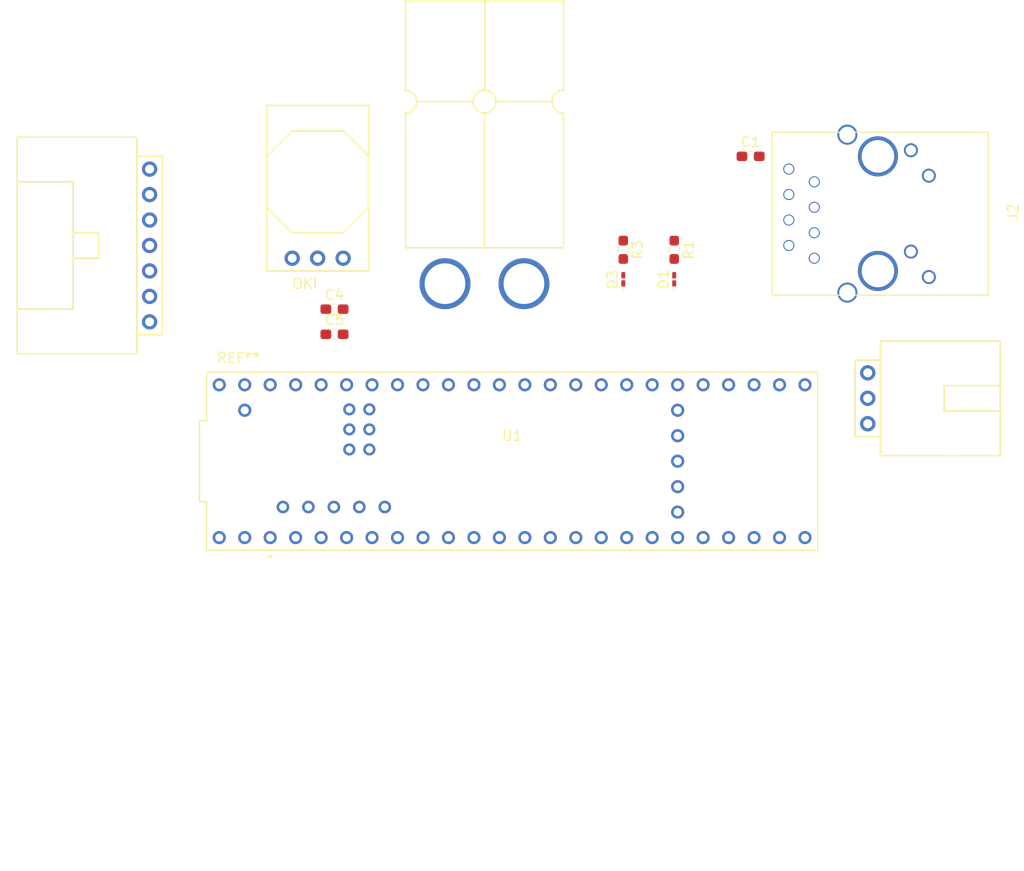
<source format=kicad_pcb>
(kicad_pcb (version 20221018) (generator pcbnew)
  (layers (0 "F.Cu" signal) (31 "B.Cu" signal) (34 "B.Paste" user) (35 "F.Paste" user) (36 "B.SilkS" user "B.Silkscreen") (37 "F.SilkS" user "F.Silkscreen") (38 "B.Mask" user) (39 "F.Mask" user) (44 "Edge.Cuts" user))
  (net 0 "")
  (net 1 "+5V")
  (net 2 "Net-(D1-A)")
  (net 3 "+12V")
  (net 4 "Net-(D3-A)")
  (net 5 "LED_Signal_4")
  (net 14 "LED_Signal_3")
  (net 19 "GND")
  (net 29 "Tx-")
  (net 32 "PhotonValue")
  (net 37 "LED_Signal_1")
  (net 38 "LED_Signal_0")
  (net 42 "LED")
  (net 46 "LED_Signal_2")
  (net 55 "Rx+")
  (net 57 "Tx+")
  (net 58 "Rx-")
  (net 62 "Net-(C1-Pad2)")
  (footprint "MRDT_Connectors:RJ45_Teensy" (layer "F.Cu") (at 190.8 51.31 90)
    (fp_text reference "J2" (at 0 0.5 90) (layer "F.SilkS"))
    (fp_text value "RJ45_LED_Shielded")
    (fp_line (start -8.25 -23.55) (end 8 -23.55) (stroke (width 0.12)) (layer "F.SilkS"))
    (fp_line (start -8.25 -2) (end -8.25 -23.55) (stroke (width 0.12)) (layer "F.SilkS"))
    (fp_line (start -8.25 -2) (end 8 -2) (stroke (width 0.12)) (layer "F.SilkS"))
    (fp_line (start 8 -2) (end 8 -23.55) (stroke (width 0.12)) (layer "F.SilkS"))
    (pad "1" thru_hole circle (at -4.57 -19.35 90) (size 1.1 1.1) (drill 0.9) (layers "*.Cu" "*.Mask") (net 57 "Tx+"))
    (pad "2" thru_hole circle (at -3.3 -21.89 90) (size 1.1 1.1) (drill 0.9) (layers "*.Cu" "*.Mask") (net 62 "Net-(C1-Pad2)"))
    (pad "3" thru_hole circle (at -2.03 -19.35 90) (size 1.1 1.1) (drill 0.9) (layers "*.Cu" "*.Mask") (net 29 "Tx-"))
    (pad "4" thru_hole circle (at -0.76 -21.89 90) (size 1.1 1.1) (drill 0.9) (layers "*.Cu" "*.Mask") (net 55 "Rx+"))
    (pad "5" thru_hole circle (at 0.51 -19.35 90) (size 1.1 1.1) (drill 0.9) (layers "*.Cu" "*.Mask") (net 62 "Net-(C1-Pad2)"))
    (pad "6" thru_hole circle (at 1.78 -21.89 90) (size 1.1 1.1) (drill 0.9) (layers "*.Cu" "*.Mask") (net 58 "Rx-"))
    (pad "7" thru_hole circle (at 3.05 -19.35 90) (size 1.1 1.1) (drill 0.9) (layers "*.Cu" "*.Mask"))
    (pad "8" thru_hole circle (at 4.32 -21.89 90) (size 1.1 1.1) (drill 0.9) (layers "*.Cu" "*.Mask") (net 19 "GND"))
    (pad "9" thru_hole circle (at -6.45 -7.92 90) (size 1.4 1.4) (drill 1.02) (layers "*.Cu" "*.Mask") (net 19 "GND"))
    (pad "10" thru_hole circle (at -3.91 -9.71 90) (size 1.4 1.4) (drill 1.02) (layers "*.Cu" "*.Mask") (net 42 "LED"))
    (pad "11" thru_hole circle (at 3.66 -7.92 90) (size 1.4 1.4) (drill 1.02) (layers "*.Cu" "*.Mask"))
    (pad "12" thru_hole circle (at 6.2 -9.71 90) (size 1.4 1.4) (drill 1.02) (layers "*.Cu" "*.Mask"))
    (pad "13" thru_hole circle (at -5.84 -13 90) (size 4 4) (drill 3.25) (layers "*.Cu" "*.Mask"))
    (pad "14" thru_hole circle (at 5.59 -13 90) (size 4 4) (drill 3.25) (layers "*.Cu" "*.Mask"))
    (pad "SH" thru_hole circle (at -8 -16.05 90) (size 2 2) (drill 1.6) (layers "*.Cu" "*.Mask") (net 19 "GND"))
    (pad "SH" thru_hole circle (at 7.75 -16.05 90) (size 2 2) (drill 1.6) (layers "*.Cu" "*.Mask") (net 19 "GND"))
  )
  (footprint "MRDT_Connectors:MOLEX_SL_03_Horizontal" (layer "F.Cu") (at 176.784 67.31 -90)
    (fp_text reference "Conn4" hide)
    (fp_text value "Molex_SL_03")
    (fp_line (start -3.175 -1.27) (end -3.175 -13.208) (stroke (width 0.15)) (layer "F.SilkS"))
    (fp_line (start -1.27 -1.27) (end -3.175 -1.27) (stroke (width 0.15)) (layer "F.SilkS"))
    (fp_line (start -1.27 1.27) (end -1.27 -1.27) (stroke (width 0.15)) (layer "F.SilkS"))
    (fp_line (start 1.27 -13.208) (end 1.27 -12.7) (stroke (width 0.15)) (layer "F.SilkS"))
    (fp_line (start 1.27 -8.89) (end 1.27 -12.7) (stroke (width 0.15)) (layer "F.SilkS"))
    (fp_line (start 1.27 -8.89) (end 1.27 -7.62) (stroke (width 0.15)) (layer "F.SilkS"))
    (fp_line (start 3.81 -13.208) (end 3.81 -7.62) (stroke (width 0.15)) (layer "F.SilkS"))
    (fp_line (start 3.81 -7.62) (end 1.27 -7.62) (stroke (width 0.15)) (layer "F.SilkS"))
    (fp_line (start 6.35 -1.27) (end 6.35 1.27) (stroke (width 0.15)) (layer "F.SilkS"))
    (fp_line (start 6.35 1.27) (end -1.27 1.27) (stroke (width 0.15)) (layer "F.SilkS"))
    (fp_line (start 8.255 -13.208) (end -3.175 -13.208) (stroke (width 0.15)) (layer "F.SilkS"))
    (fp_line (start 8.255 -1.27) (end -1.27 -1.27) (stroke (width 0.15)) (layer "F.SilkS"))
    (fp_line (start 8.255 -1.27) (end 8.255 -13.208) (stroke (width 0.15)) (layer "F.SilkS"))
    (pad "" np_thru_hole circle (at -1.27 -8.636 270) (size 3.45 3.45) (drill 3.45) (layers "*.Cu" "*.Mask"))
    (pad "" np_thru_hole circle (at 6.35 -8.636 270) (size 3.45 3.45) (drill 3.45) (layers "*.Cu" "*.Mask"))
    (pad "1" thru_hole circle (at 0 0 270) (size 1.524 1.524) (drill 0.9) (layers "*.Cu" "*.Mask") (net 19 "GND"))
    (pad "2" thru_hole circle (at 2.54 0 270) (size 1.524 1.524) (drill 0.9) (layers "*.Cu" "*.Mask") (net 1 "+5V"))
    (pad "3" thru_hole circle (at 5.08 0 270) (size 1.524 1.524) (drill 0.9) (layers "*.Cu" "*.Mask") (net 32 "PhotonValue"))
  )
  (footprint "Capacitor_SMD:C_0603_1608Metric_Pad1.08x0.95mm_HandSolder" (layer "F.Cu") (at 123.5975 63.47)
    (fp_text reference "C5" (at 0 -1.43) (layer "F.SilkS"))
    (fp_text value "10 UF")
    (fp_line (start -0.146267 -0.51) (end 0.146267 -0.51) (stroke (width 0.12)) (layer "F.SilkS"))
    (fp_line (start -0.146267 0.51) (end 0.146267 0.51) (stroke (width 0.12)) (layer "F.SilkS"))
    (pad "1" smd roundrect (at -0.8625 0) (size 1.075 0.95) (layers "F.Cu" "F.Paste" "F.Mask") (net 1 "+5V"))
    (pad "2" smd roundrect (at 0.8625 0) (size 1.075 0.95) (layers "F.Cu" "F.Paste" "F.Mask") (net 19 "GND"))
  )
  (footprint "Capacitor_SMD:C_0603_1608Metric_Pad1.08x0.95mm_HandSolder" (layer "F.Cu") (at 123.5975 60.96)
    (fp_text reference "C4" (at 0 -1.43) (layer "F.SilkS"))
    (fp_text value "10 UF")
    (fp_line (start -0.146267 -0.51) (end 0.146267 -0.51) (stroke (width 0.12)) (layer "F.SilkS"))
    (fp_line (start -0.146267 0.51) (end 0.146267 0.51) (stroke (width 0.12)) (layer "F.SilkS"))
    (pad "1" smd roundrect (at -0.8625 0) (size 1.075 0.95) (layers "F.Cu" "F.Paste" "F.Mask") (net 19 "GND"))
    (pad "2" smd roundrect (at 0.8625 0) (size 1.075 0.95) (layers "F.Cu" "F.Paste" "F.Mask") (net 3 "+12V"))
  )
  (footprint "LED_SMD:LED_0201_0603Metric_Pad0.64x0.40mm_HandSolder" (layer "F.Cu") (at 152.4 57.9875 90)
    (fp_text reference "D3" (at 0 -1.05 90) (layer "F.SilkS"))
    (fp_text value "LED")
    (fp_circle (center -1.035 0) (end -0.985 0) (stroke (width 0.1)) (fill none) (layer "F.SilkS"))
    (pad "1" smd roundrect (at -0.4075 0 90) (size 0.635 0.4) (layers "F.Cu" "F.Mask") (net 19 "GND"))
    (pad "2" smd roundrect (at 0.4075 0 90) (size 0.635 0.4) (layers "F.Cu" "F.Mask") (net 4 "Net-(D3-A)"))
  )
  (footprint "MRDT_Devices:OKI_Horizontal" (layer "F.Cu") (at 124.46 55.88 180)
    (fp_text reference "U3" hide)
    (fp_text value "OKI" (at 3.81 -2.54) (layer "F.SilkS"))
    (fp_line (start -2.54 -1.27) (end 7.62 -1.27) (stroke (width 0.15)) (layer "F.SilkS"))
    (fp_line (start -2.54 5.08) (end 0 2.54) (stroke (width 0.15)) (layer "F.SilkS"))
    (fp_line (start -2.54 10.16) (end -2.54 5.08) (stroke (width 0.15)) (layer "F.SilkS"))
    (fp_line (start -2.54 15.24) (end -2.54 -1.27) (stroke (width 0.15)) (layer "F.SilkS"))
    (fp_line (start -2.54 15.24) (end 7.62 15.24) (stroke (width 0.15)) (layer "F.SilkS"))
    (fp_line (start 0 2.54) (end 5.08 2.54) (stroke (width 0.15)) (layer "F.SilkS"))
    (fp_line (start 0 12.7) (end -2.54 10.16) (stroke (width 0.15)) (layer "F.SilkS"))
    (fp_line (start 5.08 2.54) (end 7.62 5.08) (stroke (width 0.15)) (layer "F.SilkS"))
    (fp_line (start 5.08 12.7) (end 0 12.7) (stroke (width 0.15)) (layer "F.SilkS"))
    (fp_line (start 7.62 -1.27) (end 7.62 15.24) (stroke (width 0.15)) (layer "F.SilkS"))
    (fp_line (start 7.62 5.08) (end 7.62 10.16) (stroke (width 0.15)) (layer "F.SilkS"))
    (fp_line (start 7.62 10.16) (end 5.08 12.7) (stroke (width 0.15)) (layer "F.SilkS"))
    (pad "1" thru_hole circle (at 0 0 180) (size 1.524 1.524) (drill 0.889) (layers "*.Cu" "*.Mask") (net 3 "+12V"))
    (pad "2" thru_hole circle (at 2.54 0 180) (size 1.524 1.524) (drill 0.889) (layers "*.Cu" "*.Mask") (net 19 "GND"))
    (pad "3" thru_hole circle (at 5.08 0 180) (size 1.524 1.524) (drill 0.889) (layers "*.Cu" "*.Mask") (net 1 "+5V"))
  )
  (footprint "MRDT_Connectors:MOLEX_SL_07_Horizontal" (layer "F.Cu") (at 105.156 62.23 90)
    (fp_text reference "Conn3" hide)
    (fp_text value "Molex_SL_07")
    (fp_line (start -3.175 -13.208) (end 18.415 -13.208) (stroke (width 0.15)) (layer "F.SilkS"))
    (fp_line (start -3.175 -1.27) (end -3.175 -13.208) (stroke (width 0.15)) (layer "F.SilkS"))
    (fp_line (start -1.27 -1.27) (end -3.175 -1.27) (stroke (width 0.15)) (layer "F.SilkS"))
    (fp_line (start -1.27 -1.27) (end 11.43 -1.27) (stroke (width 0.15)) (layer "F.SilkS"))
    (fp_line (start -1.27 1.27) (end -1.27 -1.27) (stroke (width 0.15)) (layer "F.SilkS"))
    (fp_line (start 1.27 -13.208) (end 1.27 -12.7) (stroke (width 0.15)) (layer "F.SilkS"))
    (fp_line (start 1.27 -8.89) (end 1.27 -12.7) (stroke (width 0.15)) (layer "F.SilkS"))
    (fp_line (start 1.27 -8.89) (end 1.27 -7.62) (stroke (width 0.15)) (layer "F.SilkS"))
    (fp_line (start 1.27 -7.62) (end 13.97 -7.62) (stroke (width 0.15)) (layer "F.SilkS"))
    (fp_line (start 6.35 -7.62) (end 6.35 -5.08) (stroke (width 0.15)) (layer "F.SilkS"))
    (fp_line (start 6.35 -5.08) (end 8.89 -5.08) (stroke (width 0.15)) (layer "F.SilkS"))
    (fp_line (start 8.89 -5.08) (end 8.89 -7.62) (stroke (width 0.15)) (layer "F.SilkS"))
    (fp_line (start 11.43 -1.27) (end 18.415 -1.27) (stroke (width 0.15)) (layer "F.SilkS"))
    (fp_line (start 13.97 -7.62) (end 13.97 -13.208) (stroke (width 0.15)) (layer "F.SilkS"))
    (fp_line (start 16.51 -1.27) (end 16.51 1.27) (stroke (width 0.15)) (layer "F.SilkS"))
    (fp_line (start 16.51 1.27) (end -1.27 1.27) (stroke (width 0.15)) (layer "F.SilkS"))
    (fp_line (start 18.415 -1.27) (end 18.415 -13.208) (stroke (width 0.15)) (layer "F.SilkS"))
    (pad "" np_thru_hole circle (at -1.27 -8.636 90) (size 3.45 3.45) (drill 3.45) (layers "*.Cu" "*.Mask"))
    (pad "" np_thru_hole circle (at 16.51 -8.636 90) (size 3.45 3.45) (drill 3.45) (layers "*.Cu" "*.Mask"))
    (pad "1" thru_hole circle (at 0 0 90) (size 1.524 1.524) (drill 0.9) (layers "*.Cu" "*.Mask") (net 19 "GND"))
    (pad "2" thru_hole circle (at 2.54 0 90) (size 1.524 1.524) (drill 0.9) (layers "*.Cu" "*.Mask") (net 1 "+5V"))
    (pad "3" thru_hole circle (at 5.08 0 90) (size 1.524 1.524) (drill 0.9) (layers "*.Cu" "*.Mask") (net 38 "LED_Signal_0"))
    (pad "4" thru_hole circle (at 7.62 0 90) (size 1.524 1.524) (drill 0.9) (layers "*.Cu" "*.Mask") (net 37 "LED_Signal_1"))
    (pad "5" thru_hole circle (at 10.16 0 90) (size 1.524 1.524) (drill 0.9) (layers "*.Cu" "*.Mask") (net 46 "LED_Signal_2"))
    (pad "6" thru_hole circle (at 12.7 0 90) (size 1.524 1.524) (drill 0.9) (layers "*.Cu" "*.Mask") (net 14 "LED_Signal_3"))
    (pad "7" thru_hole circle (at 15.24 0 90) (size 1.524 1.524) (drill 0.9) (layers "*.Cu" "*.Mask") (net 5 "LED_Signal_4"))
  )
  (footprint "LED_SMD:LED_0201_0603Metric_Pad0.64x0.40mm_HandSolder" (layer "F.Cu") (at 157.48 57.9875 90)
    (fp_text reference "D1" (at 0 -1.05 90) (layer "F.SilkS"))
    (fp_text value "LED")
    (fp_circle (center -1.035 0) (end -0.985 0) (stroke (width 0.1)) (fill none) (layer "F.SilkS"))
    (pad "1" smd roundrect (at -0.4075 0 90) (size 0.635 0.4) (layers "F.Cu" "F.Mask") (net 19 "GND"))
    (pad "2" smd roundrect (at 0.4075 0 90) (size 0.635 0.4) (layers "F.Cu" "F.Mask") (net 2 "Net-(D1-A)"))
  )
  (footprint "Capacitor_SMD:C_0603_1608Metric_Pad1.08x0.95mm_HandSolder" (layer "F.Cu") (at 165.1 45.72)
    (fp_text reference "C1" (at 0 -1.43) (layer "F.SilkS"))
    (fp_text value "0.1uF")
    (fp_line (start -0.146267 -0.51) (end 0.146267 -0.51) (stroke (width 0.12)) (layer "F.SilkS"))
    (fp_line (start -0.146267 0.51) (end 0.146267 0.51) (stroke (width 0.12)) (layer "F.SilkS"))
    (pad "1" smd roundrect (at -0.8625 0) (size 1.075 0.95) (layers "F.Cu" "F.Paste" "F.Mask") (net 19 "GND"))
    (pad "2" smd roundrect (at 0.8625 0) (size 1.075 0.95) (layers "F.Cu" "F.Paste" "F.Mask") (net 62 "Net-(C1-Pad2)"))
  )
  (footprint "MRDT_Connectors:Anderson_2_Horizontal_Side_by_Side" (layer "F.Cu") (at 142.494 58.3946 -90)
    (fp_text reference "Conn1" hide)
    (fp_text value "AndersonPP")
    (fp_line (start -28.194 -3.937) (end -28.194 11.811) (stroke (width 0.15)) (layer "F.SilkS"))
    (fp_line (start -28.1686 -3.937) (end -20.4216 -3.937) (stroke (width 0.15)) (layer "F.SilkS"))
    (fp_line (start -28.1686 3.9116) (end -19.2786 3.9116) (stroke (width 0.15)) (layer "F.SilkS"))
    (fp_line (start -20.447 11.811) (end -19.2786 11.811) (stroke (width 0.15)) (layer "F.SilkS"))
    (fp_line (start -20.4216 11.811) (end -28.1686 11.811) (stroke (width 0.15)) (layer "F.SilkS"))
    (fp_line (start -19.2786 -3.937) (end -20.4978 -3.937) (stroke (width 0.15)) (layer "F.SilkS"))
    (fp_line (start -18.1356 -2.794) (end -18.1356 -1.6256) (stroke (width 0.15)) (layer "F.SilkS"))
    (fp_line (start -18.1356 1.651) (end -18.1356 -1.6256) (stroke (width 0.15)) (layer "F.SilkS"))
    (fp_line (start -18.1356 1.651) (end -18.1356 2.794) (stroke (width 0.15)) (layer "F.SilkS"))
    (fp_line (start -18.1356 6.223) (end -18.1356 5.08) (stroke (width 0.15)) (layer "F.SilkS"))
    (fp_line (start -18.1356 6.223) (end -18.1356 9.525) (stroke (width 0.15)) (layer "F.SilkS"))
    (fp_line (start -18.1356 9.4996) (end -18.1356 10.668) (stroke (width 0.15)) (layer "F.SilkS"))
    (fp_line (start -15.875 -3.937) (end -16.9672 -3.937) (stroke (width 0.15)) (layer "F.SilkS"))
    (fp_line (start -15.8496 -3.937) (end -3.556 -3.937) (stroke (width 0.15)) (layer "F.SilkS"))
    (fp_line (start -15.8496 3.937) (end -16.9926 3.937) (stroke (width 0.15)) (layer "F.SilkS"))
    (fp_line (start -15.8496 3.937) (end -3.556 3.937) (stroke (width 0.15)) (layer "F.SilkS"))
    (fp_line (start -15.8496 11.811) (end -3.556 11.811) (stroke (width 0.15)) (layer "F.SilkS"))
    (fp_line (start -15.8242 11.811) (end -17.018 11.811) (stroke (width 0.15)) (layer "F.SilkS"))
    (fp_line (start -3.556 -3.937) (end -3.556 11.811) (stroke (width 0.15)) (layer "F.SilkS"))
    (fp_arc (start -19.2532 11.811) (mid -18.925863 11.020737) (end -18.1356 10.6934) (stroke (width 0.15)) (layer "F.SilkS"))
    (fp_arc (start -18.1356 -2.794) (mid -18.943823 -3.128777) (end -19.2786 -3.937) (stroke (width 0.15)) (layer "F.SilkS"))
    (fp_arc (start -18.1356 10.6934) (mid -17.345337 11.020737) (end -17.018 11.811) (stroke (width 0.15)) (layer "F.SilkS"))
    (fp_arc (start -16.9926 -3.937) (mid -17.327377 -3.128777) (end -18.1356 -2.794) (stroke (width 0.15)) (layer "F.SilkS"))
    (fp_circle (center -18.1356 3.937) (end -18.1356 5.08) (stroke (width 0.15)) (fill none) (layer "F.SilkS"))
    (pad "1" thru_hole circle (at 0.0254 0 270) (size 5.08 5.08) (drill 4.06) (layers "*.Cu" "*.Mask" "F.Paste") (net 19 "GND"))
    (pad "2" thru_hole circle (at 0.0254 7.874 270) (size 5.08 5.08) (drill 4.06) (layers "*.Cu" "*.Mask" "F.Paste") (net 3 "+12V"))
  )
  (footprint "Resistor_SMD:R_0603_1608Metric_Pad0.98x0.95mm_HandSolder" (layer "F.Cu") (at 157.48 55.04 -90)
    (fp_text reference "R1" (at 0 -1.43 90) (layer "F.SilkS"))
    (fp_text value "300")
    (fp_line (start -0.254724 -0.5225) (end 0.254724 -0.5225) (stroke (width 0.12)) (layer "F.SilkS"))
    (fp_line (start -0.254724 0.5225) (end 0.254724 0.5225) (stroke (width 0.12)) (layer "F.SilkS"))
    (pad "1" smd roundrect (at -0.9125 0 270) (size 0.975 0.95) (layers "F.Cu" "F.Paste" "F.Mask") (net 1 "+5V"))
    (pad "2" smd roundrect (at 0.9125 0 270) (size 0.975 0.95) (layers "F.Cu" "F.Paste" "F.Mask") (net 2 "Net-(D1-A)"))
  )
  (footprint "MRDT_Shields:Teensy_4_1_Vertical" (layer "F.Cu") (at 90.514 40.564)
    (fp_text reference "U1" (at 50.8 33.02) (layer "F.SilkS"))
    (fp_text value "Teensy4.1_DEV-16771")
    (fp_text user "REF**" (at 23.495 25.265) (layer "F.SilkS"))
    (fp_line (start 19.62 39.59) (end 19.62 31.53) (stroke (width 0.127)) (layer "F.SilkS"))
    (fp_line (start 20.32 26.67) (end 20.32 31.53) (stroke (width 0.127)) (layer "F.SilkS"))
    (fp_line (start 20.32 26.67) (end 81.28 26.67) (stroke (width 0.127)) (layer "F.SilkS"))
    (fp_line (start 20.32 31.53) (end 19.62 31.53) (stroke (width 0.127)) (layer "F.SilkS"))
    (fp_line (start 20.32 39.59) (end 19.62 39.59) (stroke (width 0.127)) (layer "F.SilkS"))
    (fp_line (start 20.32 44.45) (end 20.32 39.59) (stroke (width 0.127)) (layer "F.SilkS"))
    (fp_line (start 81.28 26.67) (end 81.28 44.45) (stroke (width 0.127)) (layer "F.SilkS"))
    (fp_line (start 81.28 44.45) (end 20.32 44.45) (stroke (width 0.127)) (layer "F.SilkS"))
    (fp_circle (center 26.67 45.06) (end 26.77 45.06) (stroke (width 0.2)) (fill none) (layer "F.SilkS"))
    (pad "0" thru_hole circle (at 24.13 43.18) (size 1.308 1.308) (drill 0.8) (layers "*.Cu" "*.Mask"))
    (pad "1" thru_hole circle (at 26.67 43.18) (size 1.308 1.308) (drill 0.8) (layers "*.Cu" "*.Mask"))
    (pad "2" thru_hole circle (at 29.21 43.18) (size 1.308 1.308) (drill 0.8) (layers "*.Cu" "*.Mask"))
    (pad "3" thru_hole circle (at 31.75 43.18) (size 1.308 1.308) (drill 0.8) (layers "*.Cu" "*.Mask"))
    (pad "3.3V_1" thru_hole circle (at 57.15 43.18) (size 1.308 1.308) (drill 0.8) (layers "*.Cu" "*.Mask"))
    (pad "3.3V_2" thru_hole circle (at 26.67 27.94) (size 1.308 1.308) (drill 0.8) (layers "*.Cu" "*.Mask"))
    (pad "3.3V_3" thru_hole circle (at 67.31 38.1) (size 1.308 1.308) (drill 0.8) (layers "*.Cu" "*.Mask"))
    (pad "4" thru_hole circle (at 34.29 43.18) (size 1.308 1.308) (drill 0.8) (layers "*.Cu" "*.Mask"))
    (pad "5" thru_hole circle (at 36.83 43.18) (size 1.308 1.308) (drill 0.8) (layers "*.Cu" "*.Mask"))
    (pad "5V" thru_hole circle (at 27.94 40.13) (size 1.258 1.258) (drill 0.75) (layers "*.Cu" "*.Mask") (net 1 "+5V"))
    (pad "6" thru_hole circle (at 39.37 43.18) (size 1.308 1.308) (drill 0.8) (layers "*.Cu" "*.Mask"))
    (pad "7" thru_hole circle (at 41.91 43.18) (size 1.308 1.308) (drill 0.8) (layers "*.Cu" "*.Mask"))
    (pad "8" thru_hole circle (at 44.45 43.18) (size 1.308 1.308) (drill 0.8) (layers "*.Cu" "*.Mask"))
    (pad "9" thru_hole circle (at 46.99 43.18) (size 1.308 1.308) (drill 0.8) (layers "*.Cu" "*.Mask"))
    (pad "10" thru_hole circle (at 49.53 43.18) (size 1.308 1.308) (drill 0.8) (layers "*.Cu" "*.Mask"))
    (pad "11" thru_hole circle (at 52.07 43.18) (size 1.308 1.308) (drill 0.8) (layers "*.Cu" "*.Mask"))
    (pad "12" thru_hole circle (at 54.61 43.18) (size 1.308 1.308) (drill 0.8) (layers "*.Cu" "*.Mask"))
    (pad "13" thru_hole circle (at 54.61 27.94) (size 1.308 1.308) (drill 0.8) (layers "*.Cu" "*.Mask"))
    (pad "14" thru_hole circle (at 52.07 27.94) (size 1.308 1.308) (drill 0.8) (layers "*.Cu" "*.Mask"))
    (pad "15" thru_hole circle (at 49.53 27.94) (size 1.308 1.308) (drill 0.8) (layers "*.Cu" "*.Mask"))
    (pad "16" thru_hole circle (at 46.99 27.94) (size 1.308 1.308) (drill 0.8) (layers "*.Cu" "*.Mask"))
    (pad "17" thru_hole circle (at 44.45 27.94) (size 1.308 1.308) (drill 0.8) (layers "*.Cu" "*.Mask"))
    (pad "18" thru_hole circle (at 41.91 27.94) (size 1.308 1.308) (drill 0.8) (layers "*.Cu" "*.Mask"))
    (pad "19" thru_hole circle (at 39.37 27.94) (size 1.308 1.308) (drill 0.8) (layers "*.Cu" "*.Mask") (net 38 "LED_Signal_0"))
    (pad "20" thru_hole circle (at 36.83 27.94) (size 1.308 1.308) (drill 0.8) (layers "*.Cu" "*.Mask") (net 37 "LED_Signal_1"))
    (pad "21" thru_hole circle (at 34.29 27.94) (size 1.308 1.308) (drill 0.8) (layers "*.Cu" "*.Mask") (net 46 "LED_Signal_2"))
    (pad "22" thru_hole circle (at 31.75 27.94) (size 1.308 1.308) (drill 0.8) (layers "*.Cu" "*.Mask") (net 14 "LED_Signal_3"))
    (pad "23" thru_hole circle (at 29.21 27.94) (size 1.308 1.308) (drill 0.8) (layers "*.Cu" "*.Mask") (net 5 "LED_Signal_4"))
    (pad "24" thru_hole circle (at 59.69 43.18) (size 1.308 1.308) (drill 0.8) (layers "*.Cu" "*.Mask"))
    (pad "25" thru_hole circle (at 62.23 43.18) (size 1.308 1.308) (drill 0.8) (layers "*.Cu" "*.Mask"))
    (pad "26" thru_hole circle (at 64.77 43.18) (size 1.308 1.308) (drill 0.8) (layers "*.Cu" "*.Mask"))
    (pad "27" thru_hole circle (at 67.31 43.18) (size 1.308 1.308) (drill 0.8) (layers "*.Cu" "*.Mask"))
    (pad "28" thru_hole circle (at 69.85 43.18) (size 1.308 1.308) (drill 0.8) (layers "*.Cu" "*.Mask"))
    (pad "29" thru_hole circle (at 72.39 43.18) (size 1.308 1.308) (drill 0.8) (layers "*.Cu" "*.Mask"))
    (pad "30" thru_hole circle (at 74.93 43.18) (size 1.308 1.308) (drill 0.8) (layers "*.Cu" "*.Mask"))
    (pad "31" thru_hole circle (at 77.47 43.18) (size 1.308 1.308) (drill 0.8) (layers "*.Cu" "*.Mask"))
    (pad "32" thru_hole circle (at 80.01 43.18) (size 1.308 1.308) (drill 0.8) (layers "*.Cu" "*.Mask"))
    (pad "33" thru_hole circle (at 80.01 27.94) (size 1.308 1.308) (drill 0.8) (layers "*.Cu" "*.Mask"))
    (pad "34" thru_hole circle (at 77.47 27.94) (size 1.308 1.308) (drill 0.8) (layers "*.Cu" "*.Mask"))
    (pad "35" thru_hole circle (at 74.93 27.94) (size 1.308 1.308) (drill 0.8) (layers "*.Cu" "*.Mask"))
    (pad "36" thru_hole circle (at 72.39 27.94) (size 1.308 1.308) (drill 0.8) (layers "*.Cu" "*.Mask"))
    (pad "37" thru_hole circle (at 69.85 27.94) (size 1.308 1.308) (drill 0.8) (layers "*.Cu" "*.Mask"))
    (pad "38" thru_hole circle (at 67.31 27.94) (size 1.308 1.308) (drill 0.8) (layers "*.Cu" "*.Mask") (net 32 "PhotonValue"))
    (pad "39" thru_hole circle (at 64.77 27.94) (size 1.308 1.308) (drill 0.8) (layers "*.Cu" "*.Mask"))
    (pad "40" thru_hole circle (at 62.23 27.94) (size 1.308 1.308) (drill 0.8) (layers "*.Cu" "*.Mask"))
    (pad "41" thru_hole circle (at 59.69 27.94) (size 1.308 1.308) (drill 0.8) (layers "*.Cu" "*.Mask"))
    (pad "D+" thru_hole circle (at 33.02 40.13 180) (size 1.258 1.258) (drill 0.75) (layers "*.Cu" "*.Mask"))
    (pad "D-" thru_hole circle (at 30.48 40.13) (size 1.258 1.258) (drill 0.75) (layers "*.Cu" "*.Mask"))
    (pad "GND1" thru_hole circle (at 21.59 43.18) (size 1.308 1.308) (drill 0.8) (layers "*.Cu" "*.Mask") (net 19 "GND"))
    (pad "GND2" thru_hole circle (at 57.15 27.94) (size 1.308 1.308) (drill 0.8) (layers "*.Cu" "*.Mask") (net 19 "GND"))
    (pad "GND3" thru_hole circle (at 24.13 27.94) (size 1.308 1.308) (drill 0.8) (layers "*.Cu" "*.Mask") (net 19 "GND"))
    (pad "GND4" thru_hole circle (at 67.31 35.56) (size 1.308 1.308) (drill 0.8) (layers "*.Cu" "*.Mask") (net 19 "GND"))
    (pad "GND5" thru_hole circle (at 36.56 32.39) (size 1.208 1.208) (drill 0.7) (layers "*.Cu" "*.Mask") (net 19 "GND"))
    (pad "LED" thru_hole circle (at 34.56 32.39) (size 1.208 1.208) (drill 0.7) (layers "*.Cu" "*.Mask") (net 42 "LED"))
    (pad "ON/OFF" thru_hole circle (at 67.31 30.48) (size 1.308 1.308) (drill 0.8) (layers "*.Cu" "*.Mask"))
    (pad "PROGRAM" thru_hole circle (at 67.31 33.02) (size 1.308 1.308) (drill 0.8) (layers "*.Cu" "*.Mask"))
    (pad "R+" thru_hole circle (at 34.56 30.39) (size 1.208 1.208) (drill 0.7) (layers "*.Cu" "*.Mask") (net 55 "Rx+"))
    (pad "R-" thru_hole circle (at 36.56 30.39) (size 1.208 1.208) (drill 0.7) (layers "*.Cu" "*.Mask") (net 58 "Rx-"))
    (pad "T+" thru_hole circle (at 36.56 34.39) (size 1.208 1.208) (drill 0.7) (layers "*.Cu" "*.Mask") (net 57 "Tx+"))
    (pad "T-" thru_hole circle (at 34.56 34.39 270) (size 1.208 1.208) (drill 0.7) (layers "*.Cu" "*.Mask") (net 29 "Tx-"))
    (pad "USB_GND1" thru_hole circle (at 35.56 40.13 180) (size 1.258 1.258) (drill 0.75) (layers "*.Cu" "*.Mask") (net 19 "GND"))
    (pad "USB_GND2" thru_hole circle (at 38.1 40.13) (size 1.258 1.258) (drill 0.75) (layers "*.Cu" "*.Mask") (net 19 "GND"))
    (pad "VBAT" thru_hole circle (at 67.31 40.64) (size 1.308 1.308) (drill 0.8) (layers "*.Cu" "*.Mask"))
    (pad "VIN" thru_hole circle (at 21.59 27.94) (size 1.308 1.308) (drill 0.8) (layers "*.Cu" "*.Mask"))
    (pad "VUSB" thru_hole circle (at 24.13 30.48) (size 1.308 1.308) (drill 0.8) (layers "*.Cu" "*.Mask"))
  )
  (footprint "Resistor_SMD:R_0603_1608Metric_Pad0.98x0.95mm_HandSolder" (layer "F.Cu") (at 152.4 55.04 -90)
    (fp_text reference "R3" (at 0 -1.43 90) (layer "F.SilkS"))
    (fp_text value "1k")
    (fp_line (start -0.254724 -0.5225) (end 0.254724 -0.5225) (stroke (width 0.12)) (layer "F.SilkS"))
    (fp_line (start -0.254724 0.5225) (end 0.254724 0.5225) (stroke (width 0.12)) (layer "F.SilkS"))
    (pad "1" smd roundrect (at -0.9125 0 270) (size 0.975 0.95) (layers "F.Cu" "F.Paste" "F.Mask") (net 3 "+12V"))
    (pad "2" smd roundrect (at 0.9125 0 270) (size 0.975 0.95) (layers "F.Cu" "F.Paste" "F.Mask") (net 4 "Net-(D3-A)"))
  )
)
</source>
